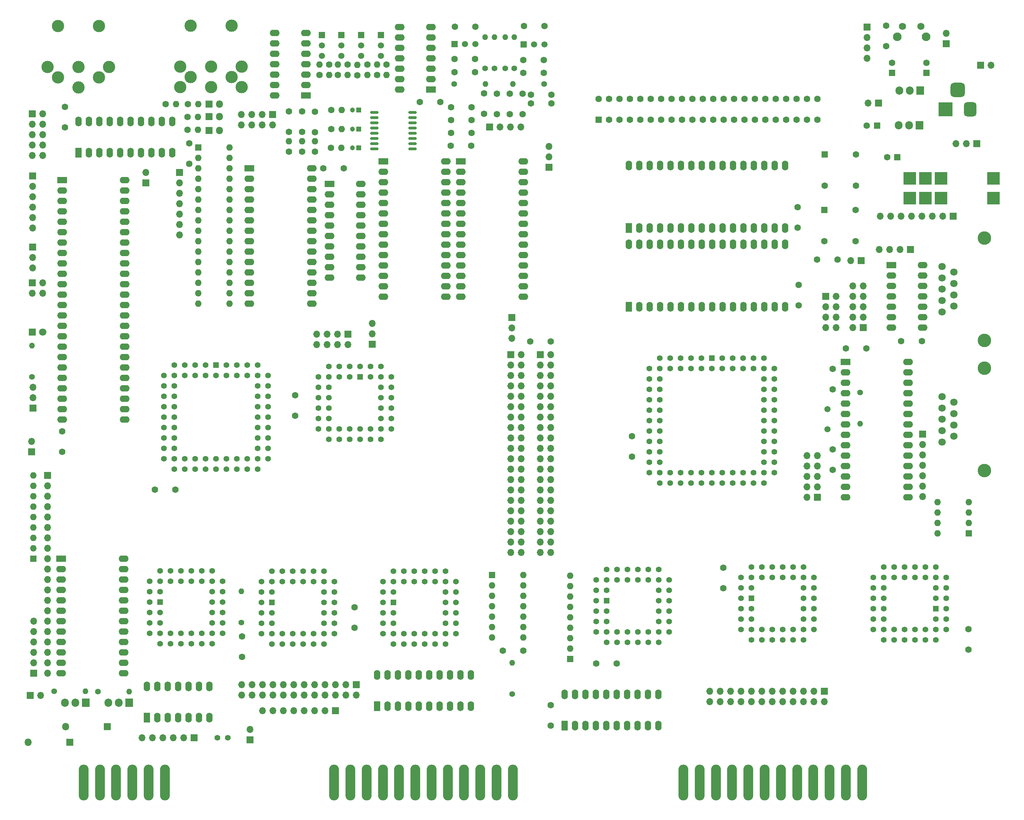
<source format=gbr>
G04 #@! TF.GenerationSoftware,KiCad,Pcbnew,(6.0.5)*
G04 #@! TF.CreationDate,2023-02-24T21:08:20-05:00*
G04 #@! TF.ProjectId,SuperColourPET,53757065-7243-46f6-9c6f-75725045542e,proto*
G04 #@! TF.SameCoordinates,Original*
G04 #@! TF.FileFunction,Soldermask,Top*
G04 #@! TF.FilePolarity,Negative*
%FSLAX46Y46*%
G04 Gerber Fmt 4.6, Leading zero omitted, Abs format (unit mm)*
G04 Created by KiCad (PCBNEW (6.0.5)) date 2023-02-24 21:08:20*
%MOMM*%
%LPD*%
G01*
G04 APERTURE LIST*
G04 Aperture macros list*
%AMRoundRect*
0 Rectangle with rounded corners*
0 $1 Rounding radius*
0 $2 $3 $4 $5 $6 $7 $8 $9 X,Y pos of 4 corners*
0 Add a 4 corners polygon primitive as box body*
4,1,4,$2,$3,$4,$5,$6,$7,$8,$9,$2,$3,0*
0 Add four circle primitives for the rounded corners*
1,1,$1+$1,$2,$3*
1,1,$1+$1,$4,$5*
1,1,$1+$1,$6,$7*
1,1,$1+$1,$8,$9*
0 Add four rect primitives between the rounded corners*
20,1,$1+$1,$2,$3,$4,$5,0*
20,1,$1+$1,$4,$5,$6,$7,0*
20,1,$1+$1,$6,$7,$8,$9,0*
20,1,$1+$1,$8,$9,$2,$3,0*%
G04 Aperture macros list end*
%ADD10C,1.600000*%
%ADD11R,1.500000X1.500000*%
%ADD12C,1.500000*%
%ADD13R,1.600000X1.600000*%
%ADD14O,1.600000X1.600000*%
%ADD15R,1.700000X1.700000*%
%ADD16O,1.700000X1.700000*%
%ADD17R,1.422400X1.422400*%
%ADD18C,1.422400*%
%ADD19R,1.905000X2.000000*%
%ADD20O,1.905000X2.000000*%
%ADD21R,1.800000X1.800000*%
%ADD22C,1.800000*%
%ADD23C,3.000000*%
%ADD24R,3.500000X3.500000*%
%ADD25RoundRect,0.750000X0.750000X1.000000X-0.750000X1.000000X-0.750000X-1.000000X0.750000X-1.000000X0*%
%ADD26RoundRect,0.875000X0.875000X0.875000X-0.875000X0.875000X-0.875000X-0.875000X0.875000X-0.875000X0*%
%ADD27O,2.410000X8.760000*%
%ADD28C,1.400000*%
%ADD29O,1.400000X1.400000*%
%ADD30R,2.400000X1.600000*%
%ADD31O,2.400000X1.600000*%
%ADD32C,2.100000*%
%ADD33C,1.750000*%
%ADD34O,1.800000X1.800000*%
%ADD35R,1.600000X2.400000*%
%ADD36O,1.600000X2.400000*%
%ADD37R,1.200000X1.200000*%
%ADD38C,1.200000*%
%ADD39C,3.300000*%
%ADD40RoundRect,0.150000X0.875000X0.150000X-0.875000X0.150000X-0.875000X-0.150000X0.875000X-0.150000X0*%
%ADD41R,3.100000X3.100000*%
G04 APERTURE END LIST*
D10*
X283483200Y-148678900D03*
X283483200Y-143678900D03*
X123200000Y-173088300D03*
X118200000Y-173088300D03*
D11*
X168523200Y-62174600D03*
D12*
X168523200Y-64714600D03*
X168523200Y-67254600D03*
D13*
X128819200Y-89623900D03*
D14*
X128819200Y-92163900D03*
X128819200Y-94703900D03*
X128819200Y-97243900D03*
X128819200Y-99783900D03*
X128819200Y-102323900D03*
X128819200Y-104863900D03*
X128819200Y-107403900D03*
X128819200Y-109943900D03*
X128819200Y-112483900D03*
X128819200Y-115023900D03*
X128819200Y-117563900D03*
X128819200Y-120103900D03*
X128819200Y-122643900D03*
X128819200Y-125183900D03*
X128819200Y-127723900D03*
X136439200Y-127723900D03*
X136439200Y-125183900D03*
X136439200Y-122643900D03*
X136439200Y-120103900D03*
X136439200Y-117563900D03*
X136439200Y-115023900D03*
X136439200Y-112483900D03*
X136439200Y-109943900D03*
X136439200Y-107403900D03*
X136439200Y-104863900D03*
X136439200Y-102323900D03*
X136439200Y-99783900D03*
X136439200Y-97243900D03*
X136439200Y-94703900D03*
X136439200Y-92163900D03*
X136439200Y-89623900D03*
D15*
X171200000Y-137600000D03*
D16*
X171200000Y-135060000D03*
X171200000Y-132520000D03*
D15*
X116000000Y-98275000D03*
D16*
X116000000Y-95735000D03*
D15*
X127838200Y-233654600D03*
D16*
X125298200Y-233654600D03*
X122758200Y-233654600D03*
X120218200Y-233654600D03*
X117678200Y-233654600D03*
X115138200Y-233654600D03*
D11*
X158927200Y-62174600D03*
D12*
X158927200Y-64714600D03*
X158927200Y-67254600D03*
D10*
X166948000Y-206768700D03*
X166948000Y-201768700D03*
D17*
X308681211Y-202183400D03*
D18*
X311221211Y-199643400D03*
X308681211Y-199643400D03*
X311221211Y-197103400D03*
X308681211Y-197103400D03*
X311221211Y-194563400D03*
X308681211Y-192023400D03*
X308681211Y-194563400D03*
X306141211Y-192023400D03*
X306141211Y-194563400D03*
X303601211Y-192023400D03*
X303601211Y-194563400D03*
X301061211Y-192023400D03*
X301061211Y-194563400D03*
X298521211Y-192023400D03*
X298521211Y-194563400D03*
X295981211Y-192023400D03*
X293441211Y-194563400D03*
X295981211Y-194563400D03*
X293441211Y-197103400D03*
X295981211Y-197103400D03*
X293441211Y-199643400D03*
X295981211Y-199643400D03*
X293441211Y-202183400D03*
X295981211Y-202183400D03*
X293441211Y-204723400D03*
X295981211Y-204723400D03*
X293441211Y-207263400D03*
X295981211Y-209803400D03*
X295981211Y-207263400D03*
X298521211Y-209803400D03*
X298521211Y-207263400D03*
X301061211Y-209803400D03*
X301061211Y-207263400D03*
X303601211Y-209803400D03*
X303601211Y-207263400D03*
X306141211Y-209803400D03*
X306141211Y-207263400D03*
X308681211Y-209803400D03*
X311221211Y-207263400D03*
X308681211Y-207263400D03*
X311221211Y-204723400D03*
X308681211Y-204723400D03*
X311221211Y-202183400D03*
D10*
X126205000Y-85325000D03*
D14*
X128745000Y-85325000D03*
D19*
X101371400Y-225069400D03*
D20*
X98831400Y-225069400D03*
X96291400Y-225069400D03*
D21*
X88375000Y-134675000D03*
D22*
X90915000Y-134675000D03*
D23*
X124425200Y-69905900D03*
X126925200Y-59905900D03*
X131925200Y-69905900D03*
X136925200Y-59905900D03*
X139425200Y-69905900D03*
X126925200Y-72405900D03*
X136925200Y-72445900D03*
X131925200Y-74905900D03*
X124425200Y-74905900D03*
X139425200Y-74905900D03*
D15*
X165300000Y-135160000D03*
D16*
X165300000Y-137700000D03*
X162760000Y-135160000D03*
X162760000Y-137700000D03*
X160220000Y-135160000D03*
X160220000Y-137700000D03*
X157680000Y-135160000D03*
X157680000Y-137700000D03*
D13*
X297961200Y-71462900D03*
D10*
X297961200Y-68962900D03*
D24*
X311011200Y-80276700D03*
D25*
X317011200Y-80276700D03*
D26*
X314011200Y-75576700D03*
D10*
X208045200Y-212356700D03*
X203045200Y-212356700D03*
D13*
X281508200Y-104851200D03*
D10*
X281508200Y-112471200D03*
X289128200Y-112471200D03*
X289128200Y-104851200D03*
X154100000Y-90645000D03*
D14*
X154100000Y-88105000D03*
D27*
X290675200Y-244563900D03*
X286715200Y-244563900D03*
X282755200Y-244563900D03*
X278795200Y-244563900D03*
X274835200Y-244563900D03*
X270875200Y-244563900D03*
X266915200Y-244563900D03*
X262955200Y-244563900D03*
X258995200Y-244563900D03*
X255035200Y-244563900D03*
X251075200Y-244563900D03*
X247115200Y-244563900D03*
X286715200Y-244563900D03*
X282755200Y-244563900D03*
X278795200Y-244563900D03*
X274835200Y-244563900D03*
X270875200Y-244563900D03*
X266915200Y-244563900D03*
X262955200Y-244563900D03*
X258995200Y-244563900D03*
X255035200Y-244563900D03*
X251075200Y-244563900D03*
X247115200Y-244563900D03*
D15*
X88325000Y-122650000D03*
D16*
X90865000Y-122650000D03*
X88325000Y-125190000D03*
X90865000Y-125190000D03*
D13*
X226460200Y-82892900D03*
D10*
X229000200Y-82892900D03*
X231540200Y-82892900D03*
X234080200Y-82892900D03*
X236620200Y-82892900D03*
X239160200Y-82892900D03*
X241700200Y-82892900D03*
X244240200Y-82892900D03*
X246780200Y-82892900D03*
X249320200Y-82892900D03*
X251860200Y-82892900D03*
X254400200Y-82892900D03*
X256940200Y-82892900D03*
X259480200Y-82892900D03*
X262020200Y-82892900D03*
X264560200Y-82892900D03*
X267100200Y-82892900D03*
X269640200Y-82892900D03*
X272180200Y-82892900D03*
X274720200Y-82892900D03*
X277260200Y-82892900D03*
X279800200Y-82892900D03*
X226460200Y-77812900D03*
X229000200Y-77812900D03*
X231540200Y-77812900D03*
X234080200Y-77812900D03*
X236620200Y-77812900D03*
X239160200Y-77812900D03*
X241700200Y-77812900D03*
X244240200Y-77812900D03*
X246780200Y-77812900D03*
X249320200Y-77812900D03*
X251860200Y-77812900D03*
X254400200Y-77812900D03*
X256940200Y-77812900D03*
X259480200Y-77812900D03*
X262020200Y-77812900D03*
X264560200Y-77812900D03*
X267100200Y-77812900D03*
X269640200Y-77812900D03*
X272180200Y-77812900D03*
X274720200Y-77812900D03*
X277260200Y-77812900D03*
X279800200Y-77812900D03*
D17*
X168294200Y-145630900D03*
D18*
X165754200Y-143090900D03*
X165754200Y-145630900D03*
X163214200Y-143090900D03*
X163214200Y-145630900D03*
X160674200Y-143090900D03*
X158134200Y-145630900D03*
X160674200Y-145630900D03*
X158134200Y-148170900D03*
X160674200Y-148170900D03*
X158134200Y-150710900D03*
X160674200Y-150710900D03*
X158134200Y-153250900D03*
X160674200Y-153250900D03*
X158134200Y-155790900D03*
X160674200Y-155790900D03*
X158134200Y-158330900D03*
X160674200Y-160870900D03*
X160674200Y-158330900D03*
X163214200Y-160870900D03*
X163214200Y-158330900D03*
X165754200Y-160870900D03*
X165754200Y-158330900D03*
X168294200Y-160870900D03*
X168294200Y-158330900D03*
X170834200Y-160870900D03*
X170834200Y-158330900D03*
X173374200Y-160870900D03*
X175914200Y-158330900D03*
X173374200Y-158330900D03*
X175914200Y-155790900D03*
X173374200Y-155790900D03*
X175914200Y-153250900D03*
X173374200Y-153250900D03*
X175914200Y-150710900D03*
X173374200Y-150710900D03*
X175914200Y-148170900D03*
X173374200Y-148170900D03*
X175914200Y-145630900D03*
X173374200Y-143090900D03*
X173374200Y-145630900D03*
X170834200Y-143090900D03*
X170834200Y-145630900D03*
X168294200Y-143090900D03*
D28*
X198755000Y-70332600D03*
D29*
X198755000Y-62712600D03*
D15*
X212197200Y-140169900D03*
D16*
X214737200Y-140169900D03*
X212197200Y-142709900D03*
X214737200Y-142709900D03*
X212197200Y-145249900D03*
X214737200Y-145249900D03*
X212197200Y-147789900D03*
X214737200Y-147789900D03*
X212197200Y-150329900D03*
X214737200Y-150329900D03*
X212197200Y-152869900D03*
X214737200Y-152869900D03*
X212197200Y-155409900D03*
X214737200Y-155409900D03*
X212197200Y-157949900D03*
X214737200Y-157949900D03*
X212197200Y-160489900D03*
X214737200Y-160489900D03*
X212197200Y-163029900D03*
X214737200Y-163029900D03*
X212197200Y-165569900D03*
X214737200Y-165569900D03*
X212197200Y-168109900D03*
X214737200Y-168109900D03*
X212197200Y-170649900D03*
X214737200Y-170649900D03*
X212197200Y-173189900D03*
X214737200Y-173189900D03*
X212197200Y-175729900D03*
X214737200Y-175729900D03*
X212197200Y-178269900D03*
X214737200Y-178269900D03*
X212197200Y-180809900D03*
X214737200Y-180809900D03*
X212197200Y-183349900D03*
X214737200Y-183349900D03*
X212197200Y-185889900D03*
X214737200Y-185889900D03*
X212197200Y-188429900D03*
X214737200Y-188429900D03*
D13*
X306343200Y-71462900D03*
D10*
X306343200Y-68962900D03*
X213080600Y-71424800D03*
X208080600Y-71424800D03*
D17*
X263671200Y-199605900D03*
D18*
X261131200Y-202145900D03*
X263671200Y-202145900D03*
X261131200Y-204685900D03*
X263671200Y-204685900D03*
X261131200Y-207225900D03*
X263671200Y-209765900D03*
X263671200Y-207225900D03*
X266211200Y-209765900D03*
X266211200Y-207225900D03*
X268751200Y-209765900D03*
X268751200Y-207225900D03*
X271291200Y-209765900D03*
X271291200Y-207225900D03*
X273831200Y-209765900D03*
X273831200Y-207225900D03*
X276371200Y-209765900D03*
X278911200Y-207225900D03*
X276371200Y-207225900D03*
X278911200Y-204685900D03*
X276371200Y-204685900D03*
X278911200Y-202145900D03*
X276371200Y-202145900D03*
X278911200Y-199605900D03*
X276371200Y-199605900D03*
X278911200Y-197065900D03*
X276371200Y-197065900D03*
X278911200Y-194525900D03*
X276371200Y-191985900D03*
X276371200Y-194525900D03*
X273831200Y-191985900D03*
X273831200Y-194525900D03*
X271291200Y-191985900D03*
X271291200Y-194525900D03*
X268751200Y-191985900D03*
X268751200Y-194525900D03*
X266211200Y-191985900D03*
X266211200Y-194525900D03*
X263671200Y-191985900D03*
X261131200Y-194525900D03*
X263671200Y-194525900D03*
X261131200Y-197065900D03*
X263671200Y-197065900D03*
X261131200Y-199605900D03*
D15*
X319546200Y-69557900D03*
D16*
X322086200Y-69557900D03*
D30*
X185575000Y-75465000D03*
D31*
X185575000Y-72925000D03*
X185575000Y-70385000D03*
X185575000Y-67845000D03*
X185575000Y-65305000D03*
X185575000Y-62765000D03*
X185575000Y-60225000D03*
X177955000Y-60225000D03*
X177955000Y-62765000D03*
X177955000Y-65305000D03*
X177955000Y-67845000D03*
X177955000Y-70385000D03*
X177955000Y-72925000D03*
X177955000Y-75465000D03*
D15*
X294710000Y-78803500D03*
D16*
X292170000Y-78803500D03*
D28*
X104317800Y-222377000D03*
D29*
X111937800Y-222377000D03*
D10*
X154100000Y-85830000D03*
X154100000Y-80830000D03*
D15*
X281827200Y-125955900D03*
D16*
X284367200Y-125955900D03*
X281827200Y-128495900D03*
X284367200Y-128495900D03*
X281827200Y-131035900D03*
X284367200Y-131035900D03*
X281827200Y-133575900D03*
X284367200Y-133575900D03*
D32*
X306272200Y-62600400D03*
X299262200Y-62600400D03*
D33*
X300512200Y-60110400D03*
X305012200Y-60110400D03*
D10*
X201601200Y-81471200D03*
X201601200Y-76471200D03*
D19*
X111963200Y-225069400D03*
D20*
X109423200Y-225069400D03*
X106883200Y-225069400D03*
D10*
X214800000Y-230700000D03*
X214800000Y-225700000D03*
D21*
X106680000Y-230936800D03*
D34*
X96520000Y-230936800D03*
D13*
X299274994Y-91960700D03*
D10*
X296774994Y-91960700D03*
D12*
X282213200Y-153504900D03*
X282213200Y-158384900D03*
D11*
X191338200Y-64414400D03*
D12*
X193878200Y-64414400D03*
X196418200Y-64414400D03*
D28*
X205892400Y-70332600D03*
D29*
X205892400Y-62712600D03*
D15*
X290976200Y-133565900D03*
D16*
X288436200Y-133565900D03*
X290976200Y-131025900D03*
X288436200Y-131025900D03*
X290976200Y-128485900D03*
X288436200Y-128485900D03*
X290976200Y-125945900D03*
X288436200Y-125945900D03*
X290976200Y-123405900D03*
X288436200Y-123405900D03*
D27*
X205505200Y-244563900D03*
X201545200Y-244563900D03*
X197585200Y-244563900D03*
X193625200Y-244563900D03*
X189665200Y-244563900D03*
X185705200Y-244563900D03*
X181745200Y-244563900D03*
X177785200Y-244563900D03*
X173825200Y-244563900D03*
X169865200Y-244563900D03*
X165905200Y-244563900D03*
X161945200Y-244563900D03*
X201545200Y-244563900D03*
X197585200Y-244563900D03*
X193625200Y-244563900D03*
X189665200Y-244563900D03*
X185705200Y-244563900D03*
X181745200Y-244563900D03*
X177785200Y-244563900D03*
X173825200Y-244563900D03*
X169865200Y-244563900D03*
X165905200Y-244563900D03*
X161945200Y-244563900D03*
D30*
X173937000Y-92980000D03*
D31*
X173937000Y-95520000D03*
X173937000Y-98060000D03*
X173937000Y-100600000D03*
X173937000Y-103140000D03*
X173937000Y-105680000D03*
X173937000Y-108220000D03*
X173937000Y-110760000D03*
X173937000Y-113300000D03*
X173937000Y-115840000D03*
X173937000Y-118380000D03*
X173937000Y-120920000D03*
X173937000Y-123460000D03*
X173937000Y-126000000D03*
X189177000Y-126000000D03*
X189177000Y-123460000D03*
X189177000Y-120920000D03*
X189177000Y-118380000D03*
X189177000Y-115840000D03*
X189177000Y-113300000D03*
X189177000Y-110760000D03*
X189177000Y-108220000D03*
X189177000Y-105680000D03*
X189177000Y-103140000D03*
X189177000Y-100600000D03*
X189177000Y-98060000D03*
X189177000Y-95520000D03*
X189177000Y-92980000D03*
D28*
X93649800Y-222326200D03*
D29*
X101269800Y-222326200D03*
D10*
X291760200Y-138645900D03*
X286760200Y-138645900D03*
D21*
X131460000Y-79050000D03*
D34*
X134000000Y-79050000D03*
D10*
X230876000Y-215557100D03*
X225876000Y-215557100D03*
X165199200Y-69413600D03*
D14*
X165199200Y-71953600D03*
D15*
X279825600Y-174967900D03*
D16*
X277285600Y-174967900D03*
X279825600Y-172427900D03*
X277285600Y-172427900D03*
X279825600Y-169887900D03*
X277285600Y-169887900D03*
X279825600Y-167347900D03*
X277285600Y-167347900D03*
X279825600Y-164807900D03*
X277285600Y-164807900D03*
D15*
X305454200Y-159595900D03*
D16*
X305454200Y-162135900D03*
X305454200Y-164675900D03*
X305454200Y-167215900D03*
X305454200Y-169755900D03*
X305454200Y-172295900D03*
X305454200Y-174835900D03*
D10*
X160732200Y-69388200D03*
D14*
X160732200Y-71928200D03*
D10*
X150900000Y-85810000D03*
X150900000Y-80810000D03*
X190425000Y-86050000D03*
X195425000Y-86050000D03*
D30*
X297834200Y-118325900D03*
D31*
X297834200Y-120865900D03*
X297834200Y-123405900D03*
X297834200Y-125945900D03*
X297834200Y-128485900D03*
X297834200Y-131025900D03*
X297834200Y-133565900D03*
X305454200Y-133565900D03*
X305454200Y-131025900D03*
X305454200Y-128485900D03*
X305454200Y-125945900D03*
X305454200Y-123405900D03*
X305454200Y-120865900D03*
X305454200Y-118325900D03*
D10*
X198527800Y-81449600D03*
X198527800Y-76449600D03*
D15*
X291865200Y-60261500D03*
D16*
X291865200Y-62801500D03*
X291865200Y-65341500D03*
X291865200Y-67881500D03*
D15*
X141425000Y-234125000D03*
D16*
X141425000Y-231585000D03*
D10*
X204750800Y-81471200D03*
X204750800Y-76471200D03*
D35*
X218140000Y-230720000D03*
D36*
X220680000Y-230720000D03*
X223220000Y-230720000D03*
X225760000Y-230720000D03*
X228300000Y-230720000D03*
X230840000Y-230720000D03*
X233380000Y-230720000D03*
X235920000Y-230720000D03*
X238460000Y-230720000D03*
X241000000Y-230720000D03*
X241000000Y-223100000D03*
X238460000Y-223100000D03*
X235920000Y-223100000D03*
X233380000Y-223100000D03*
X230840000Y-223100000D03*
X228300000Y-223100000D03*
X225760000Y-223100000D03*
X223220000Y-223100000D03*
X220680000Y-223100000D03*
X218140000Y-223100000D03*
D10*
X157300000Y-90645000D03*
D14*
X157300000Y-88105000D03*
D10*
X234562800Y-160083500D03*
X234562800Y-165083500D03*
X191338200Y-68072000D03*
X196338200Y-68072000D03*
D30*
X286658200Y-141947900D03*
D31*
X286658200Y-144487900D03*
X286658200Y-147027900D03*
X286658200Y-149567900D03*
X286658200Y-152107900D03*
X286658200Y-154647900D03*
X286658200Y-157187900D03*
X286658200Y-159727900D03*
X286658200Y-162267900D03*
X286658200Y-164807900D03*
X286658200Y-167347900D03*
X286658200Y-169887900D03*
X286658200Y-172427900D03*
X286658200Y-174967900D03*
X301898200Y-174967900D03*
X301898200Y-172427900D03*
X301898200Y-169887900D03*
X301898200Y-167347900D03*
X301898200Y-164807900D03*
X301898200Y-162267900D03*
X301898200Y-159727900D03*
X301898200Y-157187900D03*
X301898200Y-154647900D03*
X301898200Y-152107900D03*
X301898200Y-149567900D03*
X301898200Y-147027900D03*
X301898200Y-144487900D03*
X301898200Y-141947900D03*
D15*
X87879000Y-223316800D03*
D16*
X90419000Y-223316800D03*
D10*
X256813200Y-192189100D03*
X256813200Y-197189100D03*
X300228000Y-136880600D03*
X305228000Y-136880600D03*
D15*
X88208000Y-163842700D03*
D16*
X88208000Y-161302700D03*
D15*
X311200800Y-64312800D03*
D16*
X311200800Y-61772800D03*
D10*
X274999600Y-104218100D03*
X274999600Y-109218100D03*
D28*
X191211200Y-74091800D03*
D29*
X198831200Y-74091800D03*
D10*
X161260000Y-80500000D03*
D14*
X163800000Y-80500000D03*
D19*
X304819200Y-75755500D03*
D20*
X302279200Y-75755500D03*
X299739200Y-75755500D03*
D30*
X95624800Y-97624900D03*
D31*
X95624800Y-100164900D03*
X95624800Y-102704900D03*
X95624800Y-105244900D03*
X95624800Y-107784900D03*
X95624800Y-110324900D03*
X95624800Y-112864900D03*
X95624800Y-115404900D03*
X95624800Y-117944900D03*
X95624800Y-120484900D03*
X95624800Y-123024900D03*
X95624800Y-125564900D03*
X95624800Y-128104900D03*
X95624800Y-130644900D03*
X95624800Y-133184900D03*
X95624800Y-135724900D03*
X95624800Y-138264900D03*
X95624800Y-140804900D03*
X95624800Y-143344900D03*
X95624800Y-145884900D03*
X95624800Y-148424900D03*
X95624800Y-150964900D03*
X95624800Y-153504900D03*
X95624800Y-156044900D03*
X110864800Y-156044900D03*
X110864800Y-153504900D03*
X110864800Y-150964900D03*
X110864800Y-148424900D03*
X110864800Y-145884900D03*
X110864800Y-143344900D03*
X110864800Y-140804900D03*
X110864800Y-138264900D03*
X110864800Y-135724900D03*
X110864800Y-133184900D03*
X110864800Y-130644900D03*
X110864800Y-128104900D03*
X110864800Y-125564900D03*
X110864800Y-123024900D03*
X110864800Y-120484900D03*
X110864800Y-117944900D03*
X110864800Y-115404900D03*
X110864800Y-112864900D03*
X110864800Y-110324900D03*
X110864800Y-107784900D03*
X110864800Y-105244900D03*
X110864800Y-102704900D03*
X110864800Y-100164900D03*
X110864800Y-97624900D03*
D15*
X88411200Y-113906300D03*
D16*
X88411200Y-116446300D03*
X88411200Y-118986300D03*
D15*
X162255200Y-226999800D03*
D16*
X159715200Y-226999800D03*
X157175200Y-226999800D03*
X154635200Y-226999800D03*
X152095200Y-226999800D03*
X149555200Y-226999800D03*
X147015200Y-226999800D03*
X144475200Y-226999800D03*
D15*
X205300000Y-131100000D03*
D16*
X205300000Y-133640000D03*
X205300000Y-136180000D03*
D10*
X316604800Y-207175100D03*
X316604800Y-212175100D03*
X190425000Y-82925000D03*
X195425000Y-82925000D03*
D11*
X163718200Y-62174600D03*
D12*
X163718200Y-64714600D03*
X163718200Y-67254600D03*
D15*
X214300000Y-94450000D03*
D16*
X214300000Y-91910000D03*
X214300000Y-89370000D03*
D15*
X290428600Y-117221000D03*
D16*
X287888600Y-117221000D03*
D13*
X294347394Y-84289900D03*
D10*
X291847394Y-84289900D03*
D15*
X204997200Y-140169900D03*
D16*
X207537200Y-140169900D03*
X204997200Y-142709900D03*
X207537200Y-142709900D03*
X204997200Y-145249900D03*
X207537200Y-145249900D03*
X204997200Y-147789900D03*
X207537200Y-147789900D03*
X204997200Y-150329900D03*
X207537200Y-150329900D03*
X204997200Y-152869900D03*
X207537200Y-152869900D03*
X204997200Y-155409900D03*
X207537200Y-155409900D03*
X204997200Y-157949900D03*
X207537200Y-157949900D03*
X204997200Y-160489900D03*
X207537200Y-160489900D03*
X204997200Y-163029900D03*
X207537200Y-163029900D03*
X204997200Y-165569900D03*
X207537200Y-165569900D03*
X204997200Y-168109900D03*
X207537200Y-168109900D03*
X204997200Y-170649900D03*
X207537200Y-170649900D03*
X204997200Y-173189900D03*
X207537200Y-173189900D03*
X204997200Y-175729900D03*
X207537200Y-175729900D03*
X204997200Y-178269900D03*
X207537200Y-178269900D03*
X204997200Y-180809900D03*
X207537200Y-180809900D03*
X204997200Y-183349900D03*
X207537200Y-183349900D03*
X204997200Y-185889900D03*
X207537200Y-185889900D03*
X204997200Y-188429900D03*
X207537200Y-188429900D03*
D10*
X159317200Y-94703900D03*
X164317200Y-94703900D03*
X96300000Y-84700000D03*
X96300000Y-79700000D03*
D21*
X97485200Y-234721400D03*
D34*
X87325200Y-234721400D03*
D17*
X254019200Y-141033500D03*
D18*
X254019200Y-143573500D03*
X251479200Y-141033500D03*
X251479200Y-143573500D03*
X248939200Y-141033500D03*
X248939200Y-143573500D03*
X246399200Y-141033500D03*
X246399200Y-143573500D03*
X243859200Y-141033500D03*
X243859200Y-143573500D03*
X241319200Y-141033500D03*
X238779200Y-143573500D03*
X241319200Y-143573500D03*
X238779200Y-146113500D03*
X241319200Y-146113500D03*
X238779200Y-148653500D03*
X241319200Y-148653500D03*
X238779200Y-151193500D03*
X241319200Y-151193500D03*
X238779200Y-153733500D03*
X241319200Y-153733500D03*
X238779200Y-156273500D03*
X241319200Y-156273500D03*
X238779200Y-158813500D03*
X241319200Y-158813500D03*
X238779200Y-161353500D03*
X241319200Y-161353500D03*
X238779200Y-163893500D03*
X241319200Y-163893500D03*
X238779200Y-166433500D03*
X241319200Y-166433500D03*
X238779200Y-168973500D03*
X241319200Y-171513500D03*
X241319200Y-168973500D03*
X243859200Y-171513500D03*
X243859200Y-168973500D03*
X246399200Y-171513500D03*
X246399200Y-168973500D03*
X248939200Y-171513500D03*
X248939200Y-168973500D03*
X251479200Y-171513500D03*
X251479200Y-168973500D03*
X254019200Y-171513500D03*
X254019200Y-168973500D03*
X256559200Y-171513500D03*
X256559200Y-168973500D03*
X259099200Y-171513500D03*
X259099200Y-168973500D03*
X261639200Y-171513500D03*
X261639200Y-168973500D03*
X264179200Y-171513500D03*
X264179200Y-168973500D03*
X266719200Y-171513500D03*
X269259200Y-168973500D03*
X266719200Y-168973500D03*
X269259200Y-166433500D03*
X266719200Y-166433500D03*
X269259200Y-163893500D03*
X266719200Y-163893500D03*
X269259200Y-161353500D03*
X266719200Y-161353500D03*
X269259200Y-158813500D03*
X266719200Y-158813500D03*
X269259200Y-156273500D03*
X266719200Y-156273500D03*
X269259200Y-153733500D03*
X266719200Y-153733500D03*
X269259200Y-151193500D03*
X266719200Y-151193500D03*
X269259200Y-148653500D03*
X266719200Y-148653500D03*
X269259200Y-146113500D03*
X266719200Y-146113500D03*
X269259200Y-143573500D03*
X266719200Y-141033500D03*
X266719200Y-143573500D03*
X264179200Y-141033500D03*
X264179200Y-143573500D03*
X261639200Y-141033500D03*
X261639200Y-143573500D03*
X259099200Y-141033500D03*
X259099200Y-143573500D03*
X256559200Y-141033500D03*
X256559200Y-143573500D03*
D10*
X283483200Y-163283900D03*
X283483200Y-168283900D03*
D17*
X146780400Y-200609200D03*
D18*
X144240400Y-203149200D03*
X146780400Y-203149200D03*
X144240400Y-205689200D03*
X146780400Y-205689200D03*
X144240400Y-208229200D03*
X146780400Y-210769200D03*
X146780400Y-208229200D03*
X149320400Y-210769200D03*
X149320400Y-208229200D03*
X151860400Y-210769200D03*
X151860400Y-208229200D03*
X154400400Y-210769200D03*
X154400400Y-208229200D03*
X156940400Y-210769200D03*
X156940400Y-208229200D03*
X159480400Y-210769200D03*
X162020400Y-208229200D03*
X159480400Y-208229200D03*
X162020400Y-205689200D03*
X159480400Y-205689200D03*
X162020400Y-203149200D03*
X159480400Y-203149200D03*
X162020400Y-200609200D03*
X159480400Y-200609200D03*
X162020400Y-198069200D03*
X159480400Y-198069200D03*
X162020400Y-195529200D03*
X159480400Y-192989200D03*
X159480400Y-195529200D03*
X156940400Y-192989200D03*
X156940400Y-195529200D03*
X154400400Y-192989200D03*
X154400400Y-195529200D03*
X151860400Y-192989200D03*
X151860400Y-195529200D03*
X149320400Y-192989200D03*
X149320400Y-195529200D03*
X146780400Y-192989200D03*
X144240400Y-195529200D03*
X146780400Y-195529200D03*
X144240400Y-198069200D03*
X146780400Y-198069200D03*
X144240400Y-200609200D03*
D10*
X157300000Y-85870000D03*
X157300000Y-80870000D03*
D15*
X88512800Y-153174700D03*
D16*
X88512800Y-150634700D03*
X88512800Y-148094700D03*
D37*
X167925000Y-89725000D03*
D38*
X166425000Y-89725000D03*
D10*
X207875000Y-81475000D03*
X207875000Y-76475000D03*
D35*
X99600000Y-90908900D03*
D36*
X102140000Y-90908900D03*
X104680000Y-90908900D03*
X107220000Y-90908900D03*
X109760000Y-90908900D03*
X112300000Y-90908900D03*
X114840000Y-90908900D03*
X117380000Y-90908900D03*
X119920000Y-90908900D03*
X122460000Y-90908900D03*
X122460000Y-83288900D03*
X119920000Y-83288900D03*
X117380000Y-83288900D03*
X114840000Y-83288900D03*
X112300000Y-83288900D03*
X109760000Y-83288900D03*
X107220000Y-83288900D03*
X104680000Y-83288900D03*
X102140000Y-83288900D03*
X99600000Y-83288900D03*
D15*
X281440000Y-222300000D03*
D16*
X281440000Y-224840000D03*
X278900000Y-222300000D03*
X278900000Y-224840000D03*
X276360000Y-222300000D03*
X276360000Y-224840000D03*
X273820000Y-222300000D03*
X273820000Y-224840000D03*
X271280000Y-222300000D03*
X271280000Y-224840000D03*
X268740000Y-222300000D03*
X268740000Y-224840000D03*
X266200000Y-222300000D03*
X266200000Y-224840000D03*
X263660000Y-222300000D03*
X263660000Y-224840000D03*
X261120000Y-222300000D03*
X261120000Y-224840000D03*
X258580000Y-222300000D03*
X258580000Y-224840000D03*
X256040000Y-222300000D03*
X256040000Y-224840000D03*
X253500000Y-222300000D03*
X253500000Y-224840000D03*
D10*
X214736200Y-136994900D03*
X209736200Y-136994900D03*
X182875000Y-78525000D03*
X187875000Y-78525000D03*
X126210000Y-82175000D03*
D14*
X128750000Y-82175000D03*
D10*
X126600000Y-88625000D03*
X126600000Y-93625000D03*
D15*
X167335200Y-220649800D03*
D16*
X167335200Y-223189800D03*
X164795200Y-220649800D03*
X164795200Y-223189800D03*
X162255200Y-220649800D03*
X162255200Y-223189800D03*
X159715200Y-220649800D03*
X159715200Y-223189800D03*
X157175200Y-220649800D03*
X157175200Y-223189800D03*
X154635200Y-220649800D03*
X154635200Y-223189800D03*
X152095200Y-220649800D03*
X152095200Y-223189800D03*
X149555200Y-220649800D03*
X149555200Y-223189800D03*
X147015200Y-220649800D03*
X147015200Y-223189800D03*
X144475200Y-220649800D03*
X144475200Y-223189800D03*
X141935200Y-220649800D03*
X141935200Y-223189800D03*
X139395200Y-220649800D03*
X139395200Y-223189800D03*
D28*
X203682600Y-70332600D03*
D29*
X203682600Y-62712600D03*
D35*
X172434400Y-225920300D03*
D36*
X174974400Y-225920300D03*
X177514400Y-225920300D03*
X180054400Y-225920300D03*
X182594400Y-225920300D03*
X185134400Y-225920300D03*
X187674400Y-225920300D03*
X190214400Y-225920300D03*
X192754400Y-225920300D03*
X195294400Y-225920300D03*
X195294400Y-218300300D03*
X192754400Y-218300300D03*
X190214400Y-218300300D03*
X187674400Y-218300300D03*
X185134400Y-218300300D03*
X182594400Y-218300300D03*
X180054400Y-218300300D03*
X177514400Y-218300300D03*
X174974400Y-218300300D03*
X172434400Y-218300300D03*
D10*
X190400000Y-89200000D03*
X195400000Y-89200000D03*
D30*
X141243200Y-94703900D03*
D31*
X141243200Y-97243900D03*
X141243200Y-99783900D03*
X141243200Y-102323900D03*
X141243200Y-104863900D03*
X141243200Y-107403900D03*
X141243200Y-109943900D03*
X141243200Y-112483900D03*
X141243200Y-115023900D03*
X141243200Y-117563900D03*
X141243200Y-120103900D03*
X141243200Y-122643900D03*
X141243200Y-125183900D03*
X141243200Y-127723900D03*
X156483200Y-127723900D03*
X156483200Y-125183900D03*
X156483200Y-122643900D03*
X156483200Y-120103900D03*
X156483200Y-117563900D03*
X156483200Y-115023900D03*
X156483200Y-112483900D03*
X156483200Y-109943900D03*
X156483200Y-107403900D03*
X156483200Y-104863900D03*
X156483200Y-102323900D03*
X156483200Y-99783900D03*
X156483200Y-97243900D03*
X156483200Y-94703900D03*
D10*
X172400000Y-71940000D03*
D14*
X172400000Y-69400000D03*
D10*
X213051400Y-68326000D03*
X208051400Y-68326000D03*
X284683200Y-116941600D03*
X279683200Y-116941600D03*
D17*
X133115200Y-142709900D03*
D18*
X133115200Y-145249900D03*
X130575200Y-142709900D03*
X130575200Y-145249900D03*
X128035200Y-142709900D03*
X128035200Y-145249900D03*
X125495200Y-142709900D03*
X125495200Y-145249900D03*
X122955200Y-142709900D03*
X120415200Y-145249900D03*
X122955200Y-145249900D03*
X120415200Y-147789900D03*
X122955200Y-147789900D03*
X120415200Y-150329900D03*
X122955200Y-150329900D03*
X120415200Y-152869900D03*
X122955200Y-152869900D03*
X120415200Y-155409900D03*
X122955200Y-155409900D03*
X120415200Y-157949900D03*
X122955200Y-157949900D03*
X120415200Y-160489900D03*
X122955200Y-160489900D03*
X120415200Y-163029900D03*
X122955200Y-163029900D03*
X120415200Y-165569900D03*
X122955200Y-168109900D03*
X122955200Y-165569900D03*
X125495200Y-168109900D03*
X125495200Y-165569900D03*
X128035200Y-168109900D03*
X128035200Y-165569900D03*
X130575200Y-168109900D03*
X130575200Y-165569900D03*
X133115200Y-168109900D03*
X133115200Y-165569900D03*
X135655200Y-168109900D03*
X135655200Y-165569900D03*
X138195200Y-168109900D03*
X138195200Y-165569900D03*
X140735200Y-168109900D03*
X140735200Y-165569900D03*
X143275200Y-168109900D03*
X145815200Y-165569900D03*
X143275200Y-165569900D03*
X145815200Y-163029900D03*
X143275200Y-163029900D03*
X145815200Y-160489900D03*
X143275200Y-160489900D03*
X145815200Y-157949900D03*
X143275200Y-157949900D03*
X145815200Y-155409900D03*
X143275200Y-155409900D03*
X145815200Y-152869900D03*
X143275200Y-152869900D03*
X145815200Y-150329900D03*
X143275200Y-150329900D03*
X145815200Y-147789900D03*
X143275200Y-147789900D03*
X145815200Y-145249900D03*
X143275200Y-142709900D03*
X143275200Y-145249900D03*
X140735200Y-142709900D03*
X140735200Y-145249900D03*
X138195200Y-142709900D03*
X138195200Y-145249900D03*
X135655200Y-142709900D03*
X135655200Y-145249900D03*
D30*
X160801200Y-98513900D03*
D31*
X160801200Y-101053900D03*
X160801200Y-103593900D03*
X160801200Y-106133900D03*
X160801200Y-108673900D03*
X160801200Y-111213900D03*
X160801200Y-113753900D03*
X160801200Y-116293900D03*
X160801200Y-118833900D03*
X160801200Y-121373900D03*
X168421200Y-121373900D03*
X168421200Y-118833900D03*
X168421200Y-116293900D03*
X168421200Y-113753900D03*
X168421200Y-111213900D03*
X168421200Y-108673900D03*
X168421200Y-106133900D03*
X168421200Y-103593900D03*
X168421200Y-101053900D03*
X168421200Y-98513900D03*
D28*
X201015600Y-70358000D03*
D29*
X201015600Y-62738000D03*
D35*
X233851600Y-109258100D03*
D36*
X236391600Y-109258100D03*
X238931600Y-109258100D03*
X241471600Y-109258100D03*
X244011600Y-109258100D03*
X246551600Y-109258100D03*
X249091600Y-109258100D03*
X251631600Y-109258100D03*
X254171600Y-109258100D03*
X256711600Y-109258100D03*
X259251600Y-109258100D03*
X261791600Y-109258100D03*
X264331600Y-109258100D03*
X266871600Y-109258100D03*
X269411600Y-109258100D03*
X271951600Y-109258100D03*
X271951600Y-94018100D03*
X269411600Y-94018100D03*
X266871600Y-94018100D03*
X264331600Y-94018100D03*
X261791600Y-94018100D03*
X259251600Y-94018100D03*
X256711600Y-94018100D03*
X254171600Y-94018100D03*
X251631600Y-94018100D03*
X249091600Y-94018100D03*
X246551600Y-94018100D03*
X244011600Y-94018100D03*
X241471600Y-94018100D03*
X238931600Y-94018100D03*
X236391600Y-94018100D03*
X233851600Y-94018100D03*
D23*
X92081200Y-70007500D03*
X94581200Y-72507500D03*
X104581200Y-60007500D03*
X94581200Y-60007500D03*
X99581200Y-70007500D03*
X104581200Y-72547500D03*
X107081200Y-70007500D03*
X99581200Y-75007500D03*
D15*
X146970000Y-81610000D03*
D16*
X146970000Y-84150000D03*
X144430000Y-81610000D03*
X144430000Y-84150000D03*
X141890000Y-81610000D03*
X141890000Y-84150000D03*
X139350000Y-81610000D03*
X139350000Y-84150000D03*
D10*
X120885000Y-79050000D03*
D14*
X123425000Y-79050000D03*
D28*
X136017000Y-233654600D03*
X133477000Y-233654600D03*
D15*
X88411200Y-96583500D03*
D16*
X88411200Y-99123500D03*
X88411200Y-101663500D03*
X88411200Y-104203500D03*
X88411200Y-106743500D03*
X88411200Y-109283500D03*
D10*
X174749600Y-69413600D03*
D14*
X174749600Y-71953600D03*
D10*
X208210000Y-60000000D03*
X213210000Y-60000000D03*
D27*
X120663200Y-244563900D03*
X116703200Y-244563900D03*
X116703200Y-244563900D03*
X112743200Y-244563900D03*
X112743200Y-244563900D03*
X108783200Y-244563900D03*
X108783200Y-244563900D03*
X104823200Y-244563900D03*
X104823200Y-244563900D03*
X100863200Y-244563900D03*
X100863200Y-244563900D03*
D10*
X126250000Y-79075000D03*
D14*
X128790000Y-79075000D03*
D10*
X214905600Y-76733400D03*
X209905600Y-76733400D03*
X195425000Y-79800000D03*
X190425000Y-79800000D03*
D21*
X131485000Y-82125000D03*
D34*
X134025000Y-82125000D03*
D10*
X161135000Y-89675000D03*
D14*
X163675000Y-89675000D03*
D30*
X155074600Y-76940400D03*
D31*
X155074600Y-74400400D03*
X155074600Y-71860400D03*
X155074600Y-69320400D03*
X155074600Y-66780400D03*
X155074600Y-64240400D03*
X155074600Y-61700400D03*
X147454600Y-61700400D03*
X147454600Y-64240400D03*
X147454600Y-66780400D03*
X147454600Y-69320400D03*
X147454600Y-71860400D03*
X147454600Y-74400400D03*
X147454600Y-76940400D03*
D30*
X95402400Y-189966600D03*
D31*
X95402400Y-192506600D03*
X95402400Y-195046600D03*
X95402400Y-197586600D03*
X95402400Y-200126600D03*
X95402400Y-202666600D03*
X95402400Y-205206600D03*
X95402400Y-207746600D03*
X95402400Y-210286600D03*
X95402400Y-212826600D03*
X95402400Y-215366600D03*
X95402400Y-217906600D03*
X110642400Y-217906600D03*
X110642400Y-215366600D03*
X110642400Y-212826600D03*
X110642400Y-210286600D03*
X110642400Y-207746600D03*
X110642400Y-205206600D03*
X110642400Y-202666600D03*
X110642400Y-200126600D03*
X110642400Y-197586600D03*
X110642400Y-195046600D03*
X110642400Y-192506600D03*
X110642400Y-189966600D03*
D10*
X150900000Y-90645000D03*
D14*
X150900000Y-88105000D03*
D10*
X191380000Y-60130000D03*
X196380000Y-60130000D03*
X158400000Y-71940000D03*
D14*
X158400000Y-69400000D03*
D11*
X208153000Y-64465200D03*
D12*
X210693000Y-64465200D03*
X213233000Y-64465200D03*
D10*
X139516000Y-208902300D03*
X139516000Y-213902300D03*
D13*
X281584400Y-91338400D03*
D10*
X281584400Y-98958400D03*
X289204400Y-98958400D03*
X289204400Y-91338400D03*
D21*
X131485000Y-85450000D03*
D34*
X134025000Y-85450000D03*
D10*
X152470000Y-150075900D03*
X152470000Y-155075900D03*
X95624800Y-163918900D03*
X95624800Y-158918900D03*
X296589600Y-59935100D03*
X296589600Y-64935100D03*
X214960200Y-78841600D03*
X209960200Y-78841600D03*
D13*
X219500000Y-214420000D03*
D14*
X219500000Y-211880000D03*
X219500000Y-209340000D03*
X219500000Y-206800000D03*
X219500000Y-204260000D03*
X219500000Y-201720000D03*
X219500000Y-199180000D03*
X219500000Y-196640000D03*
X219500000Y-194100000D03*
D15*
X88696800Y-217906600D03*
D16*
X88696800Y-215366600D03*
X88696800Y-212826600D03*
X88696800Y-210286600D03*
X88696800Y-207746600D03*
X88696800Y-205206600D03*
D37*
X167925000Y-85100000D03*
D38*
X166425000Y-85100000D03*
D13*
X88569800Y-189966600D03*
D14*
X88569800Y-187426600D03*
X88569800Y-184886600D03*
X88569800Y-182346600D03*
X88569800Y-179806600D03*
X88569800Y-177266600D03*
X88569800Y-174726600D03*
X88569800Y-172186600D03*
X88569800Y-169646600D03*
D10*
X191316600Y-71221600D03*
X196316600Y-71221600D03*
D28*
X139312800Y-205549500D03*
D29*
X139312800Y-197929500D03*
D19*
X304717600Y-84239100D03*
D20*
X302177600Y-84239100D03*
X299637600Y-84239100D03*
D28*
X205400000Y-222945000D03*
D29*
X205400000Y-215325000D03*
D28*
X213182200Y-74142600D03*
D29*
X205562200Y-74142600D03*
D13*
X316661800Y-183743600D03*
D14*
X316661800Y-181203600D03*
X316661800Y-178663600D03*
X316661800Y-176123600D03*
X309041800Y-176123600D03*
X309041800Y-178663600D03*
X309041800Y-181203600D03*
X309041800Y-183743600D03*
D39*
X320543200Y-168450400D03*
X320543200Y-143450400D03*
D22*
X310203200Y-161490400D03*
X310203200Y-158720400D03*
X310203200Y-155950400D03*
X310203200Y-153180400D03*
X310203200Y-150410400D03*
X313043200Y-160105400D03*
X313043200Y-157335400D03*
X313043200Y-154565400D03*
X313043200Y-151795400D03*
D15*
X312887600Y-106349800D03*
D16*
X310347600Y-106349800D03*
X307807600Y-106349800D03*
X305267600Y-106349800D03*
X302727600Y-106349800D03*
X300187600Y-106349800D03*
X297647600Y-106349800D03*
X295107600Y-106349800D03*
D39*
X320543200Y-111700400D03*
X320543200Y-136700400D03*
D22*
X310203200Y-129740400D03*
X310203200Y-126970400D03*
X310203200Y-124200400D03*
X310203200Y-121430400D03*
X310203200Y-118660400D03*
X313043200Y-128355400D03*
X313043200Y-125585400D03*
X313043200Y-122815400D03*
X313043200Y-120045400D03*
D28*
X88309600Y-145585000D03*
D29*
X88309600Y-137965000D03*
D40*
X181025000Y-89990000D03*
X181025000Y-88720000D03*
X181025000Y-87450000D03*
X181025000Y-86180000D03*
X181025000Y-84910000D03*
X181025000Y-83640000D03*
X181025000Y-82370000D03*
X181025000Y-81100000D03*
X171725000Y-81100000D03*
X171725000Y-82370000D03*
X171725000Y-83640000D03*
X171725000Y-84910000D03*
X171725000Y-86180000D03*
X171725000Y-87450000D03*
X171725000Y-88720000D03*
X171725000Y-89990000D03*
D10*
X167600000Y-72040000D03*
D14*
X167600000Y-69500000D03*
D30*
X192860000Y-92980000D03*
D31*
X192860000Y-95520000D03*
X192860000Y-98060000D03*
X192860000Y-100600000D03*
X192860000Y-103140000D03*
X192860000Y-105680000D03*
X192860000Y-108220000D03*
X192860000Y-110760000D03*
X192860000Y-113300000D03*
X192860000Y-115840000D03*
X192860000Y-118380000D03*
X192860000Y-120920000D03*
X192860000Y-123460000D03*
X192860000Y-126000000D03*
X208100000Y-126000000D03*
X208100000Y-123460000D03*
X208100000Y-120920000D03*
X208100000Y-118380000D03*
X208100000Y-115840000D03*
X208100000Y-113300000D03*
X208100000Y-110760000D03*
X208100000Y-108220000D03*
X208100000Y-105680000D03*
X208100000Y-103140000D03*
X208100000Y-100600000D03*
X208100000Y-98060000D03*
X208100000Y-95520000D03*
X208100000Y-92980000D03*
D15*
X199899400Y-84624600D03*
D16*
X202439400Y-84624600D03*
X204979400Y-84624600D03*
X207519400Y-84624600D03*
D15*
X318662200Y-88734900D03*
D16*
X316122200Y-88734900D03*
X313582200Y-88734900D03*
D10*
X162900000Y-71940000D03*
D14*
X162900000Y-69400000D03*
D10*
X161210000Y-85100000D03*
D14*
X163750000Y-85100000D03*
D15*
X88360400Y-81394300D03*
D16*
X90900400Y-81394300D03*
X88360400Y-83934300D03*
X90900400Y-83934300D03*
X88360400Y-86474300D03*
X90900400Y-86474300D03*
X88360400Y-89014300D03*
X90900400Y-89014300D03*
X88360400Y-91554300D03*
X90900400Y-91554300D03*
D17*
X119475400Y-200545700D03*
D18*
X116935400Y-203085700D03*
X119475400Y-203085700D03*
X116935400Y-205625700D03*
X119475400Y-205625700D03*
X116935400Y-208165700D03*
X119475400Y-210705700D03*
X119475400Y-208165700D03*
X122015400Y-210705700D03*
X122015400Y-208165700D03*
X124555400Y-210705700D03*
X124555400Y-208165700D03*
X127095400Y-210705700D03*
X127095400Y-208165700D03*
X129635400Y-210705700D03*
X129635400Y-208165700D03*
X132175400Y-210705700D03*
X134715400Y-208165700D03*
X132175400Y-208165700D03*
X134715400Y-205625700D03*
X132175400Y-205625700D03*
X134715400Y-203085700D03*
X132175400Y-203085700D03*
X134715400Y-200545700D03*
X132175400Y-200545700D03*
X134715400Y-198005700D03*
X132175400Y-198005700D03*
X134715400Y-195465700D03*
X132175400Y-192925700D03*
X132175400Y-195465700D03*
X129635400Y-192925700D03*
X129635400Y-195465700D03*
X127095400Y-192925700D03*
X127095400Y-195465700D03*
X124555400Y-192925700D03*
X124555400Y-195465700D03*
X122015400Y-192925700D03*
X122015400Y-195465700D03*
X119475400Y-192925700D03*
X116935400Y-195465700D03*
X119475400Y-195465700D03*
X116935400Y-198005700D03*
X119475400Y-198005700D03*
X116935400Y-200545700D03*
D15*
X92075000Y-169672000D03*
D16*
X92075000Y-172212000D03*
X92075000Y-174752000D03*
X92075000Y-177292000D03*
X92075000Y-179832000D03*
X92075000Y-182372000D03*
X92075000Y-184912000D03*
X92075000Y-187452000D03*
X92075000Y-189992000D03*
X92075000Y-192532000D03*
X92075000Y-195072000D03*
X92075000Y-197612000D03*
X92075000Y-200152000D03*
X92075000Y-202692000D03*
X92075000Y-205232000D03*
X92075000Y-207772000D03*
X92075000Y-210312000D03*
X92075000Y-212852000D03*
X92075000Y-215392000D03*
X92075000Y-217932000D03*
D11*
X173327200Y-62174600D03*
D12*
X173327200Y-64714600D03*
X173327200Y-67254600D03*
D41*
X306100800Y-101968300D03*
X309910800Y-101968300D03*
X302290800Y-101968300D03*
X306100800Y-97138300D03*
X309910800Y-97138300D03*
X302290800Y-97138300D03*
X322700800Y-101968300D03*
X322700800Y-97138300D03*
D15*
X124250000Y-95750000D03*
D16*
X124250000Y-98290000D03*
X124250000Y-100830000D03*
X124250000Y-103370000D03*
X124250000Y-105910000D03*
X124250000Y-108450000D03*
X124250000Y-110990000D03*
D13*
X200435200Y-193911300D03*
D14*
X200435200Y-196451300D03*
X200435200Y-198991300D03*
X200435200Y-201531300D03*
X200435200Y-204071300D03*
X200435200Y-206611300D03*
X200435200Y-209151300D03*
X208055200Y-209151300D03*
X208055200Y-206611300D03*
X208055200Y-204071300D03*
X208055200Y-201531300D03*
X208055200Y-198991300D03*
X208055200Y-196451300D03*
X208055200Y-193911300D03*
D37*
X167950000Y-80500000D03*
D38*
X166450000Y-80500000D03*
D35*
X116281200Y-228701600D03*
D36*
X118821200Y-228701600D03*
X121361200Y-228701600D03*
X123901200Y-228701600D03*
X126441200Y-228701600D03*
X128981200Y-228701600D03*
X131521200Y-228701600D03*
X131521200Y-221081600D03*
X128981200Y-221081600D03*
X126441200Y-221081600D03*
X123901200Y-221081600D03*
X121361200Y-221081600D03*
X118821200Y-221081600D03*
X116281200Y-221081600D03*
D10*
X275202800Y-128130300D03*
X275202800Y-123130300D03*
X170025200Y-69413600D03*
D14*
X170025200Y-71953600D03*
D15*
X302488600Y-114477800D03*
D16*
X299948600Y-114477800D03*
X297408600Y-114477800D03*
X294868600Y-114477800D03*
D35*
X233851600Y-128485900D03*
D36*
X236391600Y-128485900D03*
X238931600Y-128485900D03*
X241471600Y-128485900D03*
X244011600Y-128485900D03*
X246551600Y-128485900D03*
X249091600Y-128485900D03*
X251631600Y-128485900D03*
X254171600Y-128485900D03*
X256711600Y-128485900D03*
X259251600Y-128485900D03*
X261791600Y-128485900D03*
X264331600Y-128485900D03*
X266871600Y-128485900D03*
X269411600Y-128485900D03*
X271951600Y-128485900D03*
X271951600Y-113245900D03*
X269411600Y-113245900D03*
X266871600Y-113245900D03*
X264331600Y-113245900D03*
X261791600Y-113245900D03*
X259251600Y-113245900D03*
X256711600Y-113245900D03*
X254171600Y-113245900D03*
X251631600Y-113245900D03*
X249091600Y-113245900D03*
X246551600Y-113245900D03*
X244011600Y-113245900D03*
X241471600Y-113245900D03*
X238931600Y-113245900D03*
X236391600Y-113245900D03*
X233851600Y-113245900D03*
D28*
X290160000Y-149440000D03*
D29*
X290160000Y-157060000D03*
D17*
X176371400Y-200634000D03*
D18*
X173831400Y-203174000D03*
X176371400Y-203174000D03*
X173831400Y-205714000D03*
X176371400Y-205714000D03*
X173831400Y-208254000D03*
X176371400Y-210794000D03*
X176371400Y-208254000D03*
X178911400Y-210794000D03*
X178911400Y-208254000D03*
X181451400Y-210794000D03*
X181451400Y-208254000D03*
X183991400Y-210794000D03*
X183991400Y-208254000D03*
X186531400Y-210794000D03*
X186531400Y-208254000D03*
X189071400Y-210794000D03*
X191611400Y-208254000D03*
X189071400Y-208254000D03*
X191611400Y-205714000D03*
X189071400Y-205714000D03*
X191611400Y-203174000D03*
X189071400Y-203174000D03*
X191611400Y-200634000D03*
X189071400Y-200634000D03*
X191611400Y-198094000D03*
X189071400Y-198094000D03*
X191611400Y-195554000D03*
X189071400Y-193014000D03*
X189071400Y-195554000D03*
X186531400Y-193014000D03*
X186531400Y-195554000D03*
X183991400Y-193014000D03*
X183991400Y-195554000D03*
X181451400Y-193014000D03*
X181451400Y-195554000D03*
X178911400Y-193014000D03*
X178911400Y-195554000D03*
X176371400Y-193014000D03*
X173831400Y-195554000D03*
X176371400Y-195554000D03*
X173831400Y-198094000D03*
X176371400Y-198094000D03*
X173831400Y-200634000D03*
D17*
X228365200Y-200240900D03*
D18*
X225825200Y-202780900D03*
X228365200Y-202780900D03*
X225825200Y-205320900D03*
X228365200Y-205320900D03*
X225825200Y-207860900D03*
X228365200Y-210400900D03*
X228365200Y-207860900D03*
X230905200Y-210400900D03*
X230905200Y-207860900D03*
X233445200Y-210400900D03*
X233445200Y-207860900D03*
X235985200Y-210400900D03*
X235985200Y-207860900D03*
X238525200Y-210400900D03*
X238525200Y-207860900D03*
X241065200Y-210400900D03*
X243605200Y-207860900D03*
X241065200Y-207860900D03*
X243605200Y-205320900D03*
X241065200Y-205320900D03*
X243605200Y-202780900D03*
X241065200Y-202780900D03*
X243605200Y-200240900D03*
X241065200Y-200240900D03*
X243605200Y-197700900D03*
X241065200Y-197700900D03*
X243605200Y-195160900D03*
X241065200Y-192620900D03*
X241065200Y-195160900D03*
X238525200Y-192620900D03*
X238525200Y-195160900D03*
X235985200Y-192620900D03*
X235985200Y-195160900D03*
X233445200Y-192620900D03*
X233445200Y-195160900D03*
X230905200Y-192620900D03*
X230905200Y-195160900D03*
X228365200Y-192620900D03*
X225825200Y-195160900D03*
X228365200Y-195160900D03*
X225825200Y-197700900D03*
X228365200Y-197700900D03*
X225825200Y-200240900D03*
M02*

</source>
